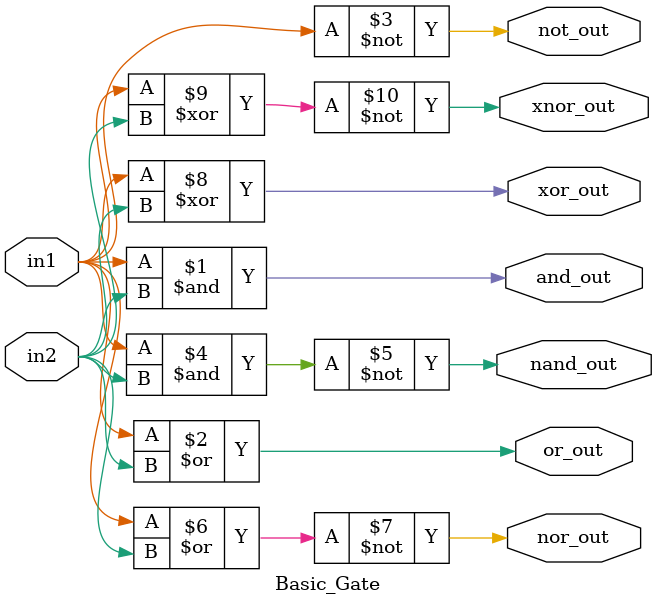
<source format=v>



module Basic_Gate (
		// Port lists
		in1, in2,
		and_out, or_out, not_out, nand_out, nor_out, xor_out, xnor_out);
		
		input in1, in2;
		output and_out, or_out, not_out, nand_out, nor_out, xor_out, xnor_out;
		
		wire in1, in2;
		wire and_out, or_out, not_out, nand_out, nor_out, xor_out, xnor_out;
		
		// AND Gate
		/*
			-----------
			in1	in2	out
			-----------
			 0	 0	 0
			 0	 1	 0
			 1	 0	 0
			 1	 1	 1
			-----------
		*/
		assign and_out = in1 & in2;
		
		// OR Gate
		/*
			-----------
			in1	in2	out
			-----------
			 0	 0	 0
			 0	 1	 1
			 1	 0	 1
			 1	 1	 1
			-----------
		*/
		assign or_out = in1 | in2;
		
		// NOT Gate
		/*
			-------
			in1	out
			-------
			 0	 1
			 1	 0
			-------
		*/
		assign not_out = ~in1;
		
		// NAND Gate
		/*
			-----------
			in1	in2	out
			-----------
			 0	 0	 1
			 0	 1	 1
			 1	 0	 1
			 1	 1	 0
			-----------
		*/
		assign nand_out = ~(in1 & in2);
		
		// NOR Gate
		/*
			-----------
			in1	in2	out
			-----------
			 0	 0	 1
			 0	 1	 0
			 1	 0	 0
			 1	 1	 0
			-----------
		*/
		assign nor_out = ~(in1 | in2);
		
		// XOR Gate
		/*
			-----------
			in1	in2	out
			-----------
			 0	 0	 0
			 0	 1	 1
			 1	 0	 1
			 1	 1	 0
			-----------
		*/
		assign xor_out = in1 ^ in2;
		
		// XNOR Gate
		/*
			-----------
			in1	in2	out
			-----------
			 0	 0	 1
			 0	 1	 0
			 1	 0	 0
			 1	 1	 1
			-----------
		*/
		assign xnor_out = ~(in1 ^ in2);
		
endmodule
</source>
